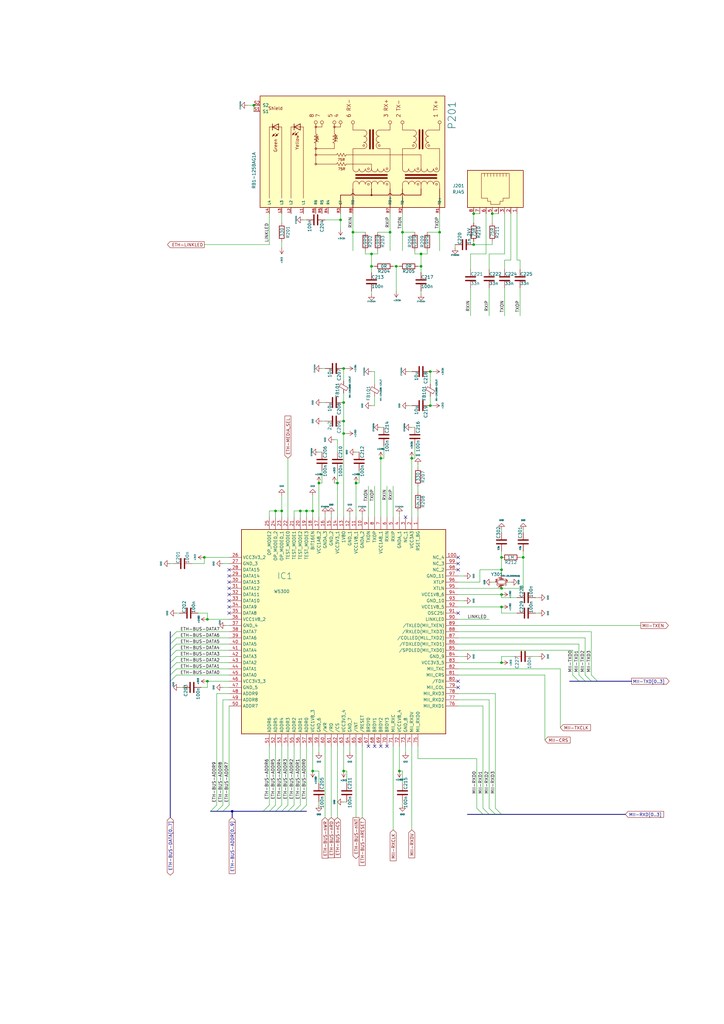
<source format=kicad_sch>
(kicad_sch (version 20230121) (generator eeschema)
  (paper "A3" portrait)
  (junction (at 205.74 233.68))
  (junction (at 205.74 243.84))
  (junction (at 123.19 209.55))
  (junction (at 205.74 228.6))
  (junction (at 85.09 279.4))
  (junction (at 140.97 151.13))
  (junction (at 140.97 177.8))
  (junction (at 205.74 241.3))
  (junction (at 160.02 95.25))
  (junction (at 144.78 95.25))
  (junction (at 163.83 316.23))
  (junction (at 165.1 95.25))
  (junction (at 128.27 316.23))
  (junction (at 83.82 228.6))
  (junction (at 214.63 228.6))
  (junction (at 139.7 90.17))
  (junction (at 205.74 271.78))
  (junction (at 168.91 187.96))
  (junction (at 130.81 198.12))
  (junction (at 140.97 316.23))
  (junction (at 146.05 198.12))
  (junction (at 140.97 172.72))
  (junction (at 201.93 87.63))
  (junction (at 194.31 87.63))
  (junction (at 176.53 152.4))
  (junction (at 128.27 209.55))
  (junction (at 138.43 198.12))
  (junction (at 104.14 43.18))
  (junction (at 113.03 209.55))
  (junction (at 115.57 209.55))
  (junction (at 176.53 166.37))
  (junction (at 125.73 209.55))
  (junction (at 140.97 165.1))
  (junction (at 152.4 109.22))
  (junction (at 180.34 95.25))
  (junction (at 85.09 254))
  (junction (at 162.56 109.22))
  (junction (at 172.72 104.14))
  (junction (at 205.74 248.92))
  (junction (at 172.72 109.22))
  (junction (at 194.31 100.33))
  (junction (at 152.4 104.14))
  (junction (at 156.21 187.96))
  (junction (at 95.25 332.74))
  (no_connect (at 93.98 241.3))
  (no_connect (at 187.96 233.68))
  (no_connect (at 166.37 212.09))
  (no_connect (at 151.13 306.07))
  (no_connect (at 93.98 251.46))
  (no_connect (at 93.98 233.68))
  (no_connect (at 93.98 243.84))
  (no_connect (at 187.96 281.94))
  (no_connect (at 187.96 279.4))
  (no_connect (at 158.75 306.07))
  (no_connect (at 187.96 251.46))
  (no_connect (at 93.98 248.92))
  (no_connect (at 187.96 231.14))
  (no_connect (at 153.67 306.07))
  (no_connect (at 93.98 238.76))
  (no_connect (at 187.96 228.6))
  (no_connect (at 93.98 246.38))
  (no_connect (at 156.21 306.07))
  (no_connect (at 93.98 236.22))
  (bus_entry (at 120.65 330.2) (size -2.54 2.54))
  (bus_entry (at 72.39 269.24) (size -2.54 2.54))
  (bus_entry (at 72.39 266.7) (size -2.54 2.54))
  (bus_entry (at 72.39 274.32) (size -2.54 2.54))
  (bus_entry (at 72.39 261.62) (size -2.54 2.54))
  (bus_entry (at 88.9 330.2) (size -2.54 2.54))
  (bus_entry (at 203.2 331.47) (size 2.54 2.54))
  (bus_entry (at 237.49 276.86) (size 2.54 2.54))
  (bus_entry (at 125.73 330.2) (size -2.54 2.54))
  (bus_entry (at 113.03 330.2) (size -2.54 2.54))
  (bus_entry (at 72.39 259.08) (size -2.54 2.54))
  (bus_entry (at 72.39 276.86) (size -2.54 2.54))
  (bus_entry (at 198.12 331.47) (size 2.54 2.54))
  (bus_entry (at 72.39 264.16) (size -2.54 2.54))
  (bus_entry (at 118.11 330.2) (size -2.54 2.54))
  (bus_entry (at 195.58 331.47) (size 2.54 2.54))
  (bus_entry (at 72.39 271.78) (size -2.54 2.54))
  (bus_entry (at 200.66 331.47) (size 2.54 2.54))
  (bus_entry (at 91.44 330.2) (size -2.54 2.54))
  (bus_entry (at 234.95 276.86) (size 2.54 2.54))
  (bus_entry (at 123.19 330.2) (size -2.54 2.54))
  (bus_entry (at 110.49 330.2) (size -2.54 2.54))
  (bus_entry (at 242.57 276.86) (size 2.54 2.54))
  (bus_entry (at 240.03 276.86) (size 2.54 2.54))
  (bus_entry (at 93.98 330.2) (size -2.54 2.54))
  (bus_entry (at 115.57 330.2) (size -2.54 2.54))
  (wire (pts (xy 209.55 87.63) (xy 209.55 106.68)))
  (wire (pts (xy 190.5 236.22) (xy 187.96 236.22)))
  (wire (pts (xy 125.73 306.07) (xy 125.73 330.2)))
  (wire (pts (xy 165.1 87.63) (xy 165.1 95.25)))
  (wire (pts (xy 133.35 172.72) (xy 132.08 172.72)))
  (wire (pts (xy 187.96 256.54) (xy 262.89 256.54)))
  (bus (pts (xy 91.44 332.74) (xy 88.9 332.74)))
  (wire (pts (xy 101.6 43.18) (xy 104.14 43.18)))
  (wire (pts (xy 93.98 254) (xy 85.09 254)))
  (wire (pts (xy 171.45 109.22) (xy 172.72 109.22)))
  (wire (pts (xy 205.74 228.6) (xy 205.74 233.68)))
  (wire (pts (xy 152.4 109.22) (xy 153.67 109.22)))
  (wire (pts (xy 140.97 161.29) (xy 140.97 165.1)))
  (wire (pts (xy 110.49 209.55) (xy 110.49 212.09)))
  (wire (pts (xy 177.8 152.4) (xy 176.53 152.4)))
  (wire (pts (xy 135.89 210.82) (xy 135.89 212.09)))
  (wire (pts (xy 93.98 287.02) (xy 91.44 287.02)))
  (wire (pts (xy 176.53 152.4) (xy 176.53 157.48)))
  (wire (pts (xy 130.81 328.93) (xy 130.81 330.2)))
  (wire (pts (xy 93.98 231.14) (xy 91.44 231.14)))
  (wire (pts (xy 93.98 279.4) (xy 85.09 279.4)))
  (wire (pts (xy 158.75 199.39) (xy 158.75 212.09)))
  (bus (pts (xy 120.65 332.74) (xy 118.11 332.74)))
  (wire (pts (xy 165.1 330.2) (xy 165.1 328.93)))
  (wire (pts (xy 198.12 289.56) (xy 198.12 331.47)))
  (wire (pts (xy 205.74 236.22) (xy 205.74 233.68)))
  (wire (pts (xy 110.49 87.63) (xy 110.49 100.33)))
  (bus (pts (xy 125.73 332.74) (xy 123.19 332.74)))
  (wire (pts (xy 207.01 104.14) (xy 200.66 104.14)))
  (wire (pts (xy 194.31 99.06) (xy 194.31 100.33)))
  (wire (pts (xy 201.93 87.63) (xy 201.93 91.44)))
  (wire (pts (xy 212.09 245.11) (xy 205.74 245.11)))
  (wire (pts (xy 165.1 95.25) (xy 165.1 102.87)))
  (wire (pts (xy 205.74 226.06) (xy 205.74 228.6)))
  (wire (pts (xy 138.43 198.12) (xy 138.43 212.09)))
  (wire (pts (xy 240.03 276.86) (xy 240.03 261.62)))
  (wire (pts (xy 93.98 269.24) (xy 72.39 269.24)))
  (wire (pts (xy 190.5 246.38) (xy 187.96 246.38)))
  (wire (pts (xy 93.98 284.48) (xy 88.9 284.48)))
  (wire (pts (xy 152.4 104.14) (xy 154.94 104.14)))
  (wire (pts (xy 171.45 311.15) (xy 195.58 311.15)))
  (wire (pts (xy 91.44 287.02) (xy 91.44 330.2)))
  (wire (pts (xy 168.91 152.4) (xy 167.64 152.4)))
  (wire (pts (xy 171.45 199.39) (xy 171.45 201.93)))
  (wire (pts (xy 187.96 276.86) (xy 223.52 276.86)))
  (wire (pts (xy 115.57 99.06) (xy 115.57 101.6)))
  (wire (pts (xy 170.18 187.96) (xy 168.91 187.96)))
  (wire (pts (xy 193.04 118.11) (xy 193.04 129.54)))
  (wire (pts (xy 180.34 87.63) (xy 180.34 95.25)))
  (wire (pts (xy 176.53 162.56) (xy 176.53 166.37)))
  (wire (pts (xy 163.83 306.07) (xy 163.83 316.23)))
  (wire (pts (xy 207.01 118.11) (xy 207.01 129.54)))
  (bus (pts (xy 95.25 332.74) (xy 95.25 335.28)))
  (wire (pts (xy 85.09 251.46) (xy 85.09 254)))
  (wire (pts (xy 213.36 118.11) (xy 213.36 129.54)))
  (wire (pts (xy 115.57 203.2) (xy 115.57 209.55)))
  (wire (pts (xy 140.97 172.72) (xy 140.97 177.8)))
  (wire (pts (xy 146.05 306.07) (xy 146.05 335.28)))
  (wire (pts (xy 151.13 199.39) (xy 151.13 212.09)))
  (wire (pts (xy 242.57 259.08) (xy 242.57 276.86)))
  (wire (pts (xy 200.66 118.11) (xy 200.66 129.54)))
  (wire (pts (xy 152.4 111.76) (xy 152.4 109.22)))
  (wire (pts (xy 193.04 104.14) (xy 199.39 104.14)))
  (wire (pts (xy 125.73 90.17) (xy 124.46 90.17)))
  (wire (pts (xy 93.98 256.54) (xy 92.71 256.54)))
  (bus (pts (xy 113.03 332.74) (xy 110.49 332.74)))
  (wire (pts (xy 154.94 102.87) (xy 154.94 104.14)))
  (bus (pts (xy 110.49 332.74) (xy 107.95 332.74)))
  (wire (pts (xy 115.57 87.63) (xy 115.57 91.44)))
  (wire (pts (xy 130.81 306.07) (xy 130.81 308.61)))
  (wire (pts (xy 214.63 228.6) (xy 213.36 228.6)))
  (wire (pts (xy 138.43 180.34) (xy 138.43 185.42)))
  (wire (pts (xy 120.65 212.09) (xy 120.65 209.55)))
  (wire (pts (xy 201.93 100.33) (xy 194.31 100.33)))
  (bus (pts (xy 205.74 334.01) (xy 256.54 334.01)))
  (wire (pts (xy 187.96 238.76) (xy 196.85 238.76)))
  (bus (pts (xy 259.08 279.4) (xy 245.11 279.4)))
  (wire (pts (xy 163.83 210.82) (xy 163.83 212.09)))
  (wire (pts (xy 212.09 106.68) (xy 213.36 106.68)))
  (wire (pts (xy 156.21 187.96) (xy 156.21 212.09)))
  (wire (pts (xy 147.32 193.04) (xy 147.32 198.12)))
  (wire (pts (xy 234.95 276.86) (xy 234.95 266.7)))
  (wire (pts (xy 130.81 198.12) (xy 130.81 212.09)))
  (wire (pts (xy 78.74 231.14) (xy 83.82 231.14)))
  (wire (pts (xy 120.65 306.07) (xy 120.65 330.2)))
  (wire (pts (xy 118.11 187.96) (xy 118.11 212.09)))
  (bus (pts (xy 69.85 259.08) (xy 69.85 261.62)))
  (wire (pts (xy 148.59 306.07) (xy 148.59 335.28)))
  (wire (pts (xy 132.08 193.04) (xy 132.08 198.12)))
  (bus (pts (xy 69.85 274.32) (xy 69.85 276.86)))
  (wire (pts (xy 220.98 269.24) (xy 218.44 269.24)))
  (wire (pts (xy 142.24 316.23) (xy 140.97 316.23)))
  (wire (pts (xy 203.2 284.48) (xy 203.2 331.47)))
  (wire (pts (xy 194.31 87.63) (xy 196.85 87.63)))
  (wire (pts (xy 200.66 287.02) (xy 200.66 331.47)))
  (wire (pts (xy 153.67 162.56) (xy 153.67 166.37)))
  (wire (pts (xy 168.91 306.07) (xy 168.91 340.36)))
  (wire (pts (xy 240.03 261.62) (xy 187.96 261.62)))
  (wire (pts (xy 133.35 165.1) (xy 132.08 165.1)))
  (wire (pts (xy 72.39 251.46) (xy 73.66 251.46)))
  (wire (pts (xy 200.66 104.14) (xy 200.66 110.49)))
  (wire (pts (xy 234.95 266.7) (xy 187.96 266.7)))
  (wire (pts (xy 187.96 264.16) (xy 237.49 264.16)))
  (wire (pts (xy 138.43 180.34) (xy 137.16 180.34)))
  (wire (pts (xy 214.63 241.3) (xy 205.74 241.3)))
  (wire (pts (xy 93.98 271.78) (xy 72.39 271.78)))
  (wire (pts (xy 237.49 264.16) (xy 237.49 276.86)))
  (wire (pts (xy 130.81 321.31) (xy 130.81 316.23)))
  (wire (pts (xy 229.87 274.32) (xy 229.87 298.45)))
  (wire (pts (xy 223.52 276.86) (xy 223.52 303.53)))
  (wire (pts (xy 196.85 238.76) (xy 196.85 233.68)))
  (wire (pts (xy 128.27 209.55) (xy 125.73 209.55)))
  (wire (pts (xy 153.67 166.37) (xy 152.4 166.37)))
  (wire (pts (xy 187.96 259.08) (xy 242.57 259.08)))
  (wire (pts (xy 104.14 43.18) (xy 104.14 45.72)))
  (wire (pts (xy 205.74 269.24) (xy 205.74 271.78)))
  (wire (pts (xy 123.19 209.55) (xy 123.19 212.09)))
  (wire (pts (xy 93.98 281.94) (xy 91.44 281.94)))
  (wire (pts (xy 201.93 87.63) (xy 204.47 87.63)))
  (wire (pts (xy 205.74 248.92) (xy 187.96 248.92)))
  (bus (pts (xy 245.11 279.4) (xy 242.57 279.4)))
  (wire (pts (xy 93.98 261.62) (xy 72.39 261.62)))
  (bus (pts (xy 115.57 332.74) (xy 113.03 332.74)))
  (wire (pts (xy 205.74 251.46) (xy 205.74 248.92)))
  (bus (pts (xy 118.11 332.74) (xy 115.57 332.74)))
  (wire (pts (xy 128.27 203.2) (xy 128.27 209.55)))
  (wire (pts (xy 157.48 175.26) (xy 156.21 175.26)))
  (wire (pts (xy 140.97 151.13) (xy 140.97 156.21)))
  (wire (pts (xy 83.82 228.6) (xy 83.82 231.14)))
  (wire (pts (xy 193.04 104.14) (xy 193.04 110.49)))
  (wire (pts (xy 214.63 217.17) (xy 214.63 218.44)))
  (wire (pts (xy 207.01 87.63) (xy 207.01 104.14)))
  (wire (pts (xy 153.67 152.4) (xy 152.4 152.4)))
  (wire (pts (xy 175.26 102.87) (xy 175.26 104.14)))
  (bus (pts (xy 69.85 261.62) (xy 69.85 264.16)))
  (wire (pts (xy 205.74 233.68) (xy 196.85 233.68)))
  (wire (pts (xy 168.91 166.37) (xy 167.64 166.37)))
  (wire (pts (xy 93.98 274.32) (xy 72.39 274.32)))
  (wire (pts (xy 93.98 228.6) (xy 83.82 228.6)))
  (bus (pts (xy 95.25 332.74) (xy 91.44 332.74)))
  (wire (pts (xy 162.56 109.22) (xy 163.83 109.22)))
  (wire (pts (xy 168.91 187.96) (xy 168.91 212.09)))
  (bus (pts (xy 237.49 279.4) (xy 233.68 279.4)))
  (wire (pts (xy 85.09 279.4) (xy 85.09 281.94)))
  (wire (pts (xy 220.98 251.46) (xy 219.71 251.46)))
  (bus (pts (xy 242.57 279.4) (xy 240.03 279.4)))
  (wire (pts (xy 152.4 109.22) (xy 152.4 104.14)))
  (wire (pts (xy 170.18 104.14) (xy 170.18 102.87)))
  (wire (pts (xy 125.73 212.09) (xy 125.73 209.55)))
  (wire (pts (xy 138.43 306.07) (xy 138.43 335.28)))
  (wire (pts (xy 135.89 306.07) (xy 135.89 335.28)))
  (wire (pts (xy 180.34 95.25) (xy 175.26 95.25)))
  (wire (pts (xy 200.66 254) (xy 187.96 254)))
  (bus (pts (xy 69.85 271.78) (xy 69.85 274.32)))
  (wire (pts (xy 147.32 198.12) (xy 146.05 198.12)))
  (wire (pts (xy 187.96 289.56) (xy 198.12 289.56)))
  (wire (pts (xy 190.5 269.24) (xy 187.96 269.24)))
  (wire (pts (xy 172.72 109.22) (xy 172.72 104.14)))
  (bus (pts (xy 69.85 269.24) (xy 69.85 271.78)))
  (bus (pts (xy 69.85 266.7) (xy 69.85 269.24)))
  (wire (pts (xy 128.27 306.07) (xy 128.27 316.23)))
  (wire (pts (xy 194.31 87.63) (xy 194.31 91.44)))
  (wire (pts (xy 142.24 151.13) (xy 140.97 151.13)))
  (wire (pts (xy 140.97 165.1) (xy 140.97 172.72)))
  (bus (pts (xy 69.85 276.86) (xy 69.85 279.4)))
  (wire (pts (xy 162.56 109.22) (xy 162.56 119.38)))
  (wire (pts (xy 213.36 106.68) (xy 213.36 110.49)))
  (wire (pts (xy 161.29 199.39) (xy 161.29 212.09)))
  (wire (pts (xy 177.8 166.37) (xy 176.53 166.37)))
  (wire (pts (xy 113.03 209.55) (xy 113.03 212.09)))
  (wire (pts (xy 170.18 182.88) (xy 170.18 187.96)))
  (wire (pts (xy 132.08 198.12) (xy 130.81 198.12)))
  (wire (pts (xy 133.35 90.17) (xy 139.7 90.17)))
  (wire (pts (xy 147.32 185.42) (xy 146.05 185.42)))
  (wire (pts (xy 171.45 190.5) (xy 171.45 191.77)))
  (wire (pts (xy 139.7 90.17) (xy 139.7 87.63)))
  (wire (pts (xy 143.51 306.07) (xy 143.51 308.61)))
  (bus (pts (xy 69.85 279.4) (xy 69.85 335.28)))
  (wire (pts (xy 166.37 306.07) (xy 166.37 308.61)))
  (wire (pts (xy 205.74 241.3) (xy 187.96 241.3)))
  (bus (pts (xy 107.95 332.74) (xy 95.25 332.74)))
  (wire (pts (xy 205.74 245.11) (xy 205.74 243.84)))
  (wire (pts (xy 133.35 210.82) (xy 133.35 212.09)))
  (wire (pts (xy 146.05 198.12) (xy 146.05 212.09)))
  (bus (pts (xy 88.9 332.74) (xy 86.36 332.74)))
  (wire (pts (xy 140.97 177.8) (xy 140.97 212.09)))
  (wire (pts (xy 142.24 321.31) (xy 142.24 316.23)))
  (wire (pts (xy 157.48 187.96) (xy 156.21 187.96)))
  (wire (pts (xy 165.1 316.23) (xy 163.83 316.23)))
  (wire (pts (xy 115.57 209.55) (xy 113.03 209.55)))
  (wire (pts (xy 133.35 306.07) (xy 133.35 335.28)))
  (wire (pts (xy 110.49 306.07) (xy 110.49 330.2)))
  (wire (pts (xy 132.08 185.42) (xy 130.81 185.42)))
  (wire (pts (xy 214.63 228.6) (xy 214.63 241.3)))
  (wire (pts (xy 195.58 311.15) (xy 195.58 331.47)))
  (wire (pts (xy 88.9 284.48) (xy 88.9 330.2)))
  (wire (pts (xy 125.73 209.55) (xy 123.19 209.55)))
  (wire (pts (xy 180.34 95.25) (xy 180.34 102.87)))
  (wire (pts (xy 212.09 251.46) (xy 205.74 251.46)))
  (wire (pts (xy 113.03 209.55) (xy 110.49 209.55)))
  (wire (pts (xy 138.43 193.04) (xy 138.43 198.12)))
  (bus (pts (xy 203.2 334.01) (xy 205.74 334.01)))
  (wire (pts (xy 171.45 306.07) (xy 171.45 311.15)))
  (wire (pts (xy 170.18 175.26) (xy 168.91 175.26)))
  (wire (pts (xy 160.02 95.25) (xy 154.94 95.25)))
  (bus (pts (xy 191.77 334.01) (xy 198.12 334.01)))
  (wire (pts (xy 199.39 87.63) (xy 199.39 104.14)))
  (wire (pts (xy 186.69 100.33) (xy 186.69 101.6)))
  (wire (pts (xy 160.02 95.25) (xy 160.02 102.87)))
  (wire (pts (xy 171.45 209.55) (xy 171.45 212.09)))
  (wire (pts (xy 175.26 104.14) (xy 172.72 104.14)))
  (wire (pts (xy 229.87 274.32) (xy 187.96 274.32)))
  (wire (pts (xy 139.7 90.17) (xy 139.7 93.98)))
  (wire (pts (xy 205.74 218.44) (xy 205.74 217.17)))
  (wire (pts (xy 157.48 182.88) (xy 157.48 187.96)))
  (wire (pts (xy 203.2 238.76) (xy 201.93 238.76)))
  (wire (pts (xy 172.72 120.65) (xy 172.72 119.38)))
  (wire (pts (xy 113.03 306.07) (xy 113.03 330.2)))
  (wire (pts (xy 93.98 276.86) (xy 72.39 276.86)))
  (wire (pts (xy 144.78 87.63) (xy 144.78 95.25)))
  (wire (pts (xy 138.43 198.12) (xy 137.16 198.12)))
  (wire (pts (xy 172.72 104.14) (xy 170.18 104.14)))
  (wire (pts (xy 165.1 321.31) (xy 165.1 316.23)))
  (wire (pts (xy 93.98 266.7) (xy 72.39 266.7)))
  (wire (pts (xy 161.29 306.07) (xy 161.29 340.36)))
  (wire (pts (xy 160.02 87.63) (xy 160.02 95.25)))
  (wire (pts (xy 201.93 99.06) (xy 201.93 100.33)))
  (wire (pts (xy 152.4 120.65) (xy 152.4 119.38)))
  (wire (pts (xy 220.98 245.11) (xy 219.71 245.11)))
  (wire (pts (xy 205.74 243.84) (xy 187.96 243.84)))
  (wire (pts (xy 149.86 102.87) (xy 149.86 104.14)))
  (bus (pts (xy 200.66 334.01) (xy 203.2 334.01)))
  (wire (pts (xy 207.01 106.68) (xy 207.01 110.49)))
  (wire (pts (xy 153.67 199.39) (xy 153.67 212.09)))
  (wire (pts (xy 93.98 264.16) (xy 72.39 264.16)))
  (wire (pts (xy 142.24 177.8) (xy 140.97 177.8)))
  (wire (pts (xy 209.55 106.68) (xy 207.01 106.68)))
  (wire (pts (xy 214.63 226.06) (xy 214.63 228.6)))
  (wire (pts (xy 123.19 209.55) (xy 120.65 209.55)))
  (wire (pts (xy 93.98 259.08) (xy 72.39 259.08)))
  (wire (pts (xy 187.96 287.02) (xy 200.66 287.02)))
  (wire (pts (xy 118.11 306.07) (xy 118.11 330.2)))
  (wire (pts (xy 140.97 306.07) (xy 140.97 316.23)))
  (wire (pts (xy 187.96 284.48) (xy 203.2 284.48)))
  (wire (pts (xy 212.09 87.63) (xy 212.09 106.68)))
  (bus (pts (xy 123.19 332.74) (xy 120.65 332.74)))
  (wire (pts (xy 69.85 231.14) (xy 71.12 231.14)))
  (wire (pts (xy 93.98 289.56) (xy 93.98 330.2)))
  (wire (pts (xy 123.19 306.07) (xy 123.19 330.2)))
  (wire (pts (xy 148.59 210.82) (xy 148.59 212.09)))
  (wire (pts (xy 208.28 238.76) (xy 209.55 238.76)))
  (wire (pts (xy 130.81 316.23) (xy 128.27 316.23)))
  (wire (pts (xy 115.57 209.55) (xy 115.57 212.09)))
  (wire (pts (xy 170.18 95.25) (xy 165.1 95.25)))
  (wire (pts (xy 144.78 95.25) (xy 144.78 102.87)))
  (bus (pts (xy 198.12 334.01) (xy 200.66 334.01)))
  (wire (pts (xy 142.24 328.93) (xy 140.97 328.93)))
  (wire (pts (xy 143.51 210.82) (xy 143.51 212.09)))
  (wire (pts (xy 73.66 281.94) (xy 74.93 281.94)))
  (wire (pts (xy 152.4 104.14) (xy 149.86 104.14)))
  (wire (pts (xy 82.55 281.94) (xy 85.09 281.94)))
  (bus (pts (xy 69.85 264.16) (xy 69.85 266.7)))
  (wire (pts (xy 149.86 95.25) (xy 144.78 95.25)))
  (wire (pts (xy 83.82 100.33) (xy 110.49 100.33)))
  (wire (pts (xy 128.27 209.55) (xy 128.27 212.09)))
  (wire (pts (xy 133.35 151.13) (xy 132.08 151.13)))
  (wire (pts (xy 172.72 111.76) (xy 172.72 109.22)))
  (wire (pts (xy 115.57 306.07) (xy 115.57 330.2)))
  (bus (pts (xy 240.03 279.4) (xy 237.49 279.4)))
  (wire (pts (xy 210.82 269.24) (xy 205.74 269.24)))
  (wire (pts (xy 81.28 251.46) (xy 85.09 251.46)))
  (wire (pts (xy 153.67 152.4) (xy 153.67 157.48)))
  (wire (pts (xy 161.29 109.22) (xy 162.56 109.22)))
  (wire (pts (xy 187.96 271.78) (xy 205.74 271.78)))
  (label "ETH-BUS-ADDR5" (at 113.03 311.15 270))
  (label "RXIP" (at 161.29 200.66 270))
  (label "TXOP" (at 180.34 88.9 270))
  (label "ETH-BUS-ADDR9" (at 88.9 312.42 270))
  (label "LINKLED" (at 191.77 254 0))
  (label "ETH-BUS-DATA1" (at 90.17 274.32 180))
  (label "ETH-BUS-ADDR8" (at 91.44 312.42 270))
  (label "RXIN" (at 144.78 88.9 270))
  (label "ETH-BUS-DATA0" (at 90.17 276.86 180))
  (label "ETH-BUS-DATA7" (at 90.17 259.08 180))
  (label "RXIN" (at 193.04 123.19 270))
  (label "TXON" (at 207.01 123.19 270))
  (label "MII-RXD2" (at 200.66 316.23 270))
  (label "ETH-BUS-DATA5" (at 90.17 264.16 180))
  (label "ETH-BUS-DATA6" (at 90.17 261.62 180))
  (label "MII-TXD0" (at 234.95 266.7 270))
  (label "RXIP" (at 160.02 88.9 270))
  (label "ETH-BUS-DATA4" (at 90.17 266.7 180))
  (label "ETH-BUS-ADDR4" (at 115.57 311.15 270))
  (label "MII-TXD1" (at 237.49 266.7 270))
  (label "TXON" (at 165.1 88.9 270))
  (label "ETH-BUS-ADDR3" (at 118.11 311.15 270))
  (label "ETH-BUS-ADDR0" (at 125.73 311.15 270))
  (label "ETH-BUS-DATA3" (at 90.17 269.24 180))
  (label "MII-RXD3" (at 203.2 316.23 270))
  (label "MII-RXD0" (at 195.58 316.23 270))
  (label "RXIP" (at 200.66 123.19 270))
  (label "LINKLED" (at 110.49 91.44 270))
  (label "RXIN" (at 158.75 200.66 270))
  (label "MII-RXD1" (at 198.12 316.23 270))
  (label "TXOP" (at 153.67 200.66 270))
  (label "ETH-BUS-DATA2" (at 90.17 271.78 180))
  (label "TXOP" (at 213.36 123.19 270))
  (label "ETH-BUS-ADDR7" (at 93.98 312.42 270))
  (label "ETH-BUS-ADDR1" (at 123.19 311.15 270))
  (label "TXON" (at 151.13 200.66 270))
  (label "ETH-BUS-ADDR6" (at 110.49 311.15 270))
  (label "ETH-BUS-ADDR2" (at 120.65 311.15 270))
  (label "MII-TXD2" (at 240.03 266.7 270))
  (label "MII-TXD3" (at 242.57 266.7 270))
  (global_label "ETH-BUS-DATA[0..7]" (shape bidirectional) (at 69.85 335.28 270) (property "Intersheetrefs" "${INTERSHEET_REFS}" (at 69.85 359.5152 90) (effects (justify right))))
  (global_label "MII-CRS" (shape input) (at 223.52 303.53 0) (property "Intersheetrefs" "${INTERSHEET_REFS}" (at 234.4881 303.53 0) (effects (justify left))))
  (global_label "MII-RXDV" (shape input) (at 168.91 340.36 270) (property "Intersheetrefs" "${INTERSHEET_REFS}" (at 168.91 352.4167 90) (effects (justify right))))
  (global_label "ETH-BUS-nRESET" (shape input) (at 148.59 335.28 270) (property "Intersheetrefs" "${INTERSHEET_REFS}" (at 148.59 355.5612 90) (effects (justify right))))
  (global_label "ETH-BUS-nCS" (shape input) (at 138.43 335.28 270) (property "Intersheetrefs" "${INTERSHEET_REFS}" (at 138.43 352.2956 90) (effects (justify right))))
  (global_label "ETH-LINKLED" (shape output) (at 83.82 100.33 180) (property "Intersheetrefs" "${INTERSHEET_REFS}" (at 68.1348 100.33 0) (effects (justify right))))
  (global_label "ETH-BUS-nWR" (shape input) (at 133.35 335.28 270) (property "Intersheetrefs" "${INTERSHEET_REFS}" (at 133.35 352.5375 90) (effects (justify right))))
  (global_label "ETH-BUS-nRD" (shape input) (at 135.89 335.28 270) (property "Intersheetrefs" "${INTERSHEET_REFS}" (at 135.89 352.3561 90) (effects (justify right))))
  (global_label "MII-TXD[0..3]" (shape output) (at 259.08 279.4 0) (property "Intersheetrefs" "${INTERSHEET_REFS}" (at 275.0677 279.4 0) (effects (justify left))))
  (global_label "ETH-BUS-nINT" (shape output) (at 146.05 335.28 270) (property "Intersheetrefs" "${INTERSHEET_REFS}" (at 146.05 352.719 90) (effects (justify right))))
  (global_label "MII-TXCLK" (shape input) (at 229.87 298.45 0) (property "Intersheetrefs" "${INTERSHEET_REFS}" (at 242.8338 298.45 0) (effects (justify left))))
  (global_label "ETH-BUS-ADDR[0..9]" (shape input) (at 95.25 335.28 270) (property "Intersheetrefs" "${INTERSHEET_REFS}" (at 95.25 358.8877 90) (effects (justify right))))
  (global_label "MII-TXEN" (shape output) (at 262.89 256.54 0) (property "Intersheetrefs" "${INTERSHEET_REFS}" (at 274.7652 256.54 0) (effects (justify left))))
  (global_label "ETH-MEDIA_SEL" (shape input) (at 118.11 187.96 90) (property "Intersheetrefs" "${INTERSHEET_REFS}" (at 118.11 170.0373 90) (effects (justify left))))
  (global_label "MII-RXCLK" (shape input) (at 161.29 340.36 270) (property "Intersheetrefs" "${INTERSHEET_REFS}" (at 161.29 353.6262 90) (effects (justify right))))
  (global_label "MII-RXD[0..3]" (shape input) (at 256.54 334.01 0) (property "Intersheetrefs" "${INTERSHEET_REFS}" (at 272.8301 334.01 0) (effects (justify left))))
  (symbol (lib_id "Device:R") (at 167.64 109.22 270) (unit 1)
    (property "Reference" "R205" (at 167.64 111.252 90))
    (property "Value" "0R" (at 167.64 109.22 90))
    (property "Footprint" "Resistor_SMD:R_0603_1608Metric" (effects hide))
  )
  (symbol (lib_id "power:GND") (at 143.51 210.82 180) (unit 1)
    (property "Reference" "#PWR0303" (effects hide))
    (property "Value" "GND" (at 143.51 207.01 0) (effects (font (size 0.6 0.6))))
    (instances (project "Ethernet" (path "" (reference "#PWR0303") (unit 1))) (project "gateway-LoRa-T1L" (path "" (reference "#PWR0303") (unit 1))) (project "ToffeeCam" (path "" (reference "#PWR027") (unit 1)) (path "" (reference "#PWR0232") (unit 1))))
  )
  (symbol (lib_id "Device:R") (at 201.93 95.25 0) (unit 1)
    (property "Reference" "R211" (at 203.962 95.25 90))
    (property "Value" "75R" (at 201.93 95.25 90))
    (property "Footprint" "Resistor_SMD:R_0603_1608Metric" (effects hide))
  )
  (symbol (lib_id "Project_Specific_Power:+3V3A") (at 168.91 187.96 0) (unit 1)
    (property "Reference" "#PWR0250" (effects hide))
    (property "Value" "+3V3A" (at 168.91 184.15 90) (effects (font (size 0.635 0.635)) (justify left)))
  )
  (symbol (lib_id "Device:C") (at 172.72 115.57 0) (unit 1)
    (property "Reference" "C217" (at 172.72 113.665 0) (effects (justify left)))
    (property "Value" "100n" (at 172.72 117.475 0) (effects (justify left)))
    (property "Footprint" "Capacitor_SMD:C_0603_1608Metric" (effects hide))
  )
  (symbol (lib_id "power:GND") (at 132.08 165.1 270) (unit 1)
    (property "Reference" "#PWR0303" (effects hide))
    (property "Value" "GND" (at 128.27 165.1 0) (effects (font (size 0.6 0.6))))
    (instances (project "Ethernet" (path "" (reference "#PWR0303") (unit 1))) (project "gateway-LoRa-T1L" (path "" (reference "#PWR0303") (unit 1))) (project "ToffeeCam" (path "" (reference "#PWR027") (unit 1)) (path "" (reference "#PWR0221") (unit 1))))
  )
  (symbol (lib_id "Device:C") (at 213.36 114.3 0) (unit 1)
    (property "Reference" "C225" (at 213.36 112.395 0) (effects (justify left)))
    (property "Value" "33n" (at 213.36 116.205 0) (effects (justify left)))
    (property "Footprint" "Capacitor_SMD:C_0603_1608Metric" (effects hide))
  )
  (symbol (lib_id "Device:C") (at 205.74 222.25 180) (unit 1)
    (property "Reference" "C302" (at 204.47 218.44 90))
    (property "Value" "13p" (at 204.47 224.79 90) (effects (font (size 0.6 0.6))))
    (property "Footprint" "Capacitor_SMD:C_0402_1005Metric" (effects hide))
    (instances (project "Ethernet" (path "" (reference "C302") (unit 1))) (project "gateway-LoRa-T1L" (path "" (reference "C302") (unit 1))) (project "ToffeeCam" (path "" (reference "C17") (unit 1)) (path "" (reference "C223") (unit 1))))
  )
  (symbol (lib_id "Device:R") (at 154.94 99.06 0) (unit 1)
    (property "Reference" "R203" (at 156.972 99.06 90))
    (property "Value" "49R9" (at 154.94 99.06 90))
    (property "Footprint" "Resistor_SMD:R_0603_1608Metric" (effects hide))
  )
  (symbol (lib_id "Project_Specific_Power:+1V8A") (at 156.21 187.96 0) (unit 1)
    (property "Reference" "#PWR0241" (effects hide))
    (property "Value" "+1V8A" (at 156.21 184.15 0) (effects (font (size 0.635 0.635))))
  )
  (symbol (lib_id "Device:C") (at 214.63 269.24 90) (unit 1)
    (property "Reference" "C227" (at 212.09 274.32 0) (effects (justify left)))
    (property "Value" "100n" (at 217.17 274.32 0) (effects (justify left)))
    (property "Footprint" "Capacitor_SMD:C_0402_1005Metric" (effects hide))
  )
  (symbol (lib_id "Device:C") (at 215.9 245.11 90) (unit 1)
    (property "Reference" "C228" (at 213.995 245.11 0) (effects (justify left)))
    (property "Value" "100n" (at 217.805 245.11 0) (effects (justify left)))
    (property "Footprint" "Capacitor_SMD:C_0402_1005Metric" (effects hide))
  )
  (symbol (lib_id "Project_Specific_Power:+1V8D") (at 128.27 316.23 180) (unit 1)
    (property "Reference" "#PWR0215" (effects hide))
    (property "Value" "+1V8D" (at 129.54 320.04 90) (effects (font (size 0.635 0.635))))
  )
  (symbol (lib_id "Project_Specific_Power:+3V3") (at 137.16 198.12 0) (unit 1)
    (property "Reference" "#PWR0226" (effects hide))
    (property "Value" "+3V3" (at 137.16 194.31 90) (effects (font (size 0.635 0.635)) (justify left)))
  )
  (symbol (lib_id "power:GND") (at 132.08 172.72 270) (unit 1)
    (property "Reference" "#PWR0303" (effects hide))
    (property "Value" "GND" (at 128.27 172.72 0) (effects (font (size 0.6 0.6))))
    (instances (project "Ethernet" (path "" (reference "#PWR0303") (unit 1))) (project "gateway-LoRa-T1L" (path "" (reference "#PWR0303") (unit 1))) (project "ToffeeCam" (path "" (reference "#PWR027") (unit 1)) (path "" (reference "#PWR0222") (unit 1))))
  )
  (symbol (lib_id "Device:R") (at 209.55 228.6 270) (unit 1)
    (property "Reference" "R212" (at 209.55 230.632 90))
    (property "Value" "1M" (at 209.55 228.6 90))
    (property "Footprint" "Resistor_SMD:R_0402_1005Metric" (effects hide))
  )
  (symbol (lib_id "power:GND") (at 91.44 281.94 270) (unit 1)
    (property "Reference" "#PWR0303" (effects hide))
    (property "Value" "GND" (at 87.63 281.94 0) (effects (font (size 0.6 0.6))))
    (instances (project "Ethernet" (path "" (reference "#PWR0303") (unit 1))) (project "gateway-LoRa-T1L" (path "" (reference "#PWR0303") (unit 1))) (project "ToffeeCam" (path "" (reference "#PWR027") (unit 1)) (path "" (reference "#PWR0208") (unit 1))))
  )
  (symbol (lib_id "Device:C") (at 129.54 90.17 270) (unit 1)
    (property "Reference" "C204" (at 132.08 90.17 0) (effects (justify left)))
    (property "Value" "100n" (at 127 90.17 0) (effects (justify left)))
    (property "Footprint" "Capacitor_SMD:C_0603_1608Metric" (effects hide))
  )
  (symbol (lib_id "Project_Specific_Power:+3V3") (at 83.82 228.6 90) (unit 1)
    (property "Reference" "#PWR0204" (effects hide))
    (property "Value" "+3V3" (at 80.01 228.6 0) (effects (font (size 0.635 0.635))))
  )
  (symbol (lib_id "power:GND") (at 190.5 236.22 90) (unit 1)
    (property "Reference" "#PWR0303" (effects hide))
    (property "Value" "GND" (at 194.31 236.22 0) (effects (font (size 0.6 0.6))))
    (instances (project "Ethernet" (path "" (reference "#PWR0303") (unit 1))) (project "gateway-LoRa-T1L" (path "" (reference "#PWR0303") (unit 1))) (project "ToffeeCam" (path "" (reference "#PWR027") (unit 1)) (path "" (reference "#PWR0256") (unit 1))))
  )
  (symbol (lib_id "Device:C") (at 215.9 251.46 90) (unit 1)
    (property "Reference" "C229" (at 213.995 251.46 0) (effects (justify left)))
    (property "Value" "100n" (at 217.805 251.46 0) (effects (justify left)))
    (property "Footprint" "Capacitor_SMD:C_0402_1005Metric" (effects hide))
  )
  (symbol (lib_id "Connector:RJ45") (at 204.47 77.47 90) (mirror x) (unit 1)
    (property "Reference" "J201" (at 190.5 76.2 90) (effects (justify left)))
    (property "Value" "RJ45" (at 190.5 78.74 90) (effects (justify left)))
    (property "Footprint" "Connector_RJ:RJ45_Amphenol_RJHSE5380" (effects hide))
  )
  (symbol (lib_id "Device:C") (at 170.18 179.07 0) (unit 1)
    (property "Reference" "C216" (at 171.45 177.8 90) (effects (justify left)))
    (property "Value" "100n" (at 171.45 185.42 90) (effects (justify left)))
    (property "Footprint" "Capacitor_SMD:C_0402_1005Metric" (effects hide))
  )
  (symbol (lib_id "Device:R") (at 171.45 195.58 0) (unit 1)
    (property "Reference" "R207" (at 173.482 195.58 90))
    (property "Value" "330" (at 171.45 195.58 90))
    (property "Footprint" "Resistor_SMD:R_0603_1608Metric" (effects hide))
  )
  (symbol (lib_id "Device:C") (at 137.16 172.72 270) (unit 1)
    (property "Reference" "C209" (at 139.065 172.72 0) (effects (justify left)))
    (property "Value" "2u2" (at 135.255 172.72 0) (effects (justify left)))
    (property "Footprint" "Capacitor_SMD:C_0402_1005Metric" (effects hide))
  )
  (symbol (lib_id "Project_Specific_Power:ETH_GNDA") (at 148.59 210.82 180) (unit 1)
    (property "Reference" "#PWR0236" (effects hide))
    (property "Value" "ETH_GNDA" (at 148.59 207.8228 0) (effects (font (size 0.508 0.508))))
  )
  (symbol (lib_id "Device:C") (at 78.74 281.94 90) (unit 1)
    (property "Reference" "C203" (at 76.2 285.75 0) (effects (justify left)))
    (property "Value" "100n" (at 81.28 287.02 0) (effects (justify left)))
    (property "Footprint" "Capacitor_SMD:C_0402_1005Metric" (effects hide))
  )
  (symbol (lib_id "Device:C") (at 147.32 189.23 0) (unit 1)
    (property "Reference" "C212" (at 148.59 187.96 90) (effects (justify left)))
    (property "Value" "100n" (at 148.59 195.58 90) (effects (justify left)))
    (property "Footprint" "Capacitor_SMD:C_0402_1005Metric" (effects hide))
  )
  (symbol (lib_id "Project_Specific_Power:+1V8D") (at 146.05 198.12 0) (unit 1)
    (property "Reference" "#PWR0235" (effects hide))
    (property "Value" "+1V8D" (at 146.05 194.564 0) (effects (font (size 0.635 0.635))))
  )
  (symbol (lib_id "power:GND") (at 130.81 330.2 0) (unit 1)
    (property "Reference" "#PWR0303" (effects hide))
    (property "Value" "GND" (at 130.81 334.01 0) (effects (font (size 0.6 0.6))))
    (instances (project "Ethernet" (path "" (reference "#PWR0303") (unit 1))) (project "gateway-LoRa-T1L" (path "" (reference "#PWR0303") (unit 1))) (project "ToffeeCam" (path "" (reference "#PWR027") (unit 1)) (path "" (reference "#PWR0219") (unit 1))))
  )
  (symbol (lib_id "Project_Specific_Power:ETH_GNDA") (at 124.46 90.17 270) (unit 1)
    (property "Reference" "#PWR0213" (effects hide))
    (property "Value" "ETH_GNDA" (at 121.4628 90.17 0) (effects (font (size 0.508 0.508))))
  )
  (symbol (lib_id "power:GND") (at 167.64 166.37 270) (unit 1)
    (property "Reference" "#PWR0303" (effects hide))
    (property "Value" "GND" (at 163.83 166.37 0) (effects (font (size 0.6 0.6))))
    (instances (project "Ethernet" (path "" (reference "#PWR0303") (unit 1))) (project "gateway-LoRa-T1L" (path "" (reference "#PWR0303") (unit 1))) (project "ToffeeCam" (path "" (reference "#PWR027") (unit 1)) (path "" (reference "#PWR0248") (unit 1))))
  )
  (symbol (lib_id "Device:C") (at 190.5 100.33 90) (unit 1)
    (property "Reference" "C220" (at 188.595 100.33 0) (effects (justify left)))
    (property "Value" "1n_2kV" (at 192.405 100.33 0) (effects (justify left)))
    (property "Footprint" "Capacitor_SMD:C_1206_3216Metric" (effects hide))
  )
  (symbol (lib_id "power:GND") (at 69.85 231.14 270) (unit 1)
    (property "Reference" "#PWR0303" (effects hide))
    (property "Value" "GND" (at 66.04 231.14 0) (effects (font (size 0.6 0.6))))
    (instances (project "Ethernet" (path "" (reference "#PWR0303") (unit 1))) (project "gateway-LoRa-T1L" (path "" (reference "#PWR0303") (unit 1))) (project "ToffeeCam" (path "" (reference "#PWR027") (unit 1)) (path "" (reference "#PWR0201") (unit 1))))
  )
  (symbol (lib_id "Project_Specific_Power:ETH_GNDA") (at 167.64 152.4 270) (unit 1)
    (property "Reference" "#PWR0247" (effects hide))
    (property "Value" "ETH_GNDA" (at 164.6428 152.4 0) (effects (font (size 0.508 0.508))))
  )
  (symbol (lib_id "power:GND") (at 214.63 217.17 180) (unit 1)
    (property "Reference" "#PWR0301" (effects hide))
    (property "Value" "GND" (at 214.63 213.36 0) (effects (font (size 0.6 0.6))))
    (instances (project "Ethernet" (path "" (reference "#PWR0301") (unit 1))) (project "gateway-LoRa-T1L" (path "" (reference "#PWR0301") (unit 1))) (project "ToffeeCam" (path "" (reference "#PWR029") (unit 1)) (path "" (reference "#PWR0265") (unit 1))))
  )
  (symbol (lib_id "Device:R") (at 157.48 109.22 270) (unit 1)
    (property "Reference" "R204" (at 157.48 111.252 90))
    (property "Value" "0R" (at 157.48 109.22 90))
    (property "Footprint" "Resistor_SMD:R_0603_1608Metric" (effects hide))
  )
  (symbol (lib_id "Project_Specific_Power:+1V8D") (at 205.74 248.92 270) (unit 1)
    (property "Reference" "#PWR0262" (effects hide))
    (property "Value" "+1V8D" (at 209.296 248.92 0) (effects (font (size 0.635 0.635))))
  )
  (symbol (lib_id "Project_Specific_Power:+1V8D") (at 142.24 177.8 270) (unit 1)
    (property "Reference" "#PWR0231" (effects hide))
    (property "Value" "+1V8D" (at 145.796 177.8 0) (effects (font (size 0.635 0.635))))
  )
  (symbol (lib_id "Project_Specific_Power:ETH_GNDA") (at 152.4 120.65 0) (unit 1)
    (property "Reference" "#PWR0237" (effects hide))
    (property "Value" "ETH_GNDA" (at 152.4 123.6472 0) (effects (font (size 0.508 0.508))))
  )
  (symbol (lib_id "Device:C") (at 200.66 114.3 0) (unit 1)
    (property "Reference" "C222" (at 200.66 112.395 0) (effects (justify left)))
    (property "Value" "33n" (at 200.66 116.205 0) (effects (justify left)))
    (property "Footprint" "Capacitor_SMD:C_0603_1608Metric" (effects hide))
  )
  (symbol (lib_id "Device:C") (at 207.01 114.3 0) (unit 1)
    (property "Reference" "C224" (at 207.01 112.395 0) (effects (justify left)))
    (property "Value" "33n" (at 207.01 116.205 0) (effects (justify left)))
    (property "Footprint" "Capacitor_SMD:C_0603_1608Metric" (effects hide))
  )
  (symbol (lib_id "Project_Specific_Power:ETH_GNDA") (at 152.4 152.4 270) (unit 1)
    (property "Reference" "#PWR0238" (effects hide))
    (property "Value" "ETH_GNDA" (at 149.4028 152.4 0) (effects (font (size 0.508 0.508))))
  )
  (symbol (lib_id "Device:C") (at 165.1 325.12 0) (unit 1)
    (property "Reference" "C215" (at 166.37 323.85 90) (effects (justify left)))
    (property "Value" "100n" (at 166.37 331.47 90) (effects (justify left)))
    (property "Footprint" "Capacitor_SMD:C_0402_1005Metric" (effects hide))
  )
  (symbol (lib_id "power:GND") (at 165.1 330.2 0) (unit 1)
    (property "Reference" "#PWR0303" (effects hide))
    (property "Value" "GND" (at 165.1 334.01 0) (effects (font (size 0.6 0.6))))
    (instances (project "Ethernet" (path "" (reference "#PWR0303") (unit 1))) (project "gateway-LoRa-T1L" (path "" (reference "#PWR0303") (unit 1))) (project "ToffeeCam" (path "" (reference "#PWR027") (unit 1)) (path "" (reference "#PWR0245") (unit 1))))
  )
  (symbol (lib_id "Device:C") (at 138.43 189.23 0) (unit 1)
    (property "Reference" "C210" (at 139.7 187.96 90) (effects (justify left)))
    (property "Value" "100n" (at 139.7 195.58 90) (effects (justify left)))
    (property "Footprint" "Capacitor_SMD:C_0402_1005Metric" (effects hide))
  )
  (symbol (lib_id "Project_Specific_Power:ETH_GNDA") (at 156.21 175.26 270) (unit 1)
    (property "Reference" "#PWR0240" (effects hide))
    (property "Value" "ETH_GNDA" (at 153.2128 175.26 0) (effects (font (size 0.508 0.508))))
  )
  (symbol (lib_id "power:GND") (at 92.71 256.54 270) (unit 1)
    (property "Reference" "#PWR0303" (effects hide))
    (property "Value" "GND" (at 90.17 255.27 0) (effects (font (size 0.6 0.6))))
    (instances (project "Ethernet" (path "" (reference "#PWR0303") (unit 1))) (project "gateway-LoRa-T1L" (path "" (reference "#PWR0303") (unit 1))) (project "ToffeeCam" (path "" (reference "#PWR027") (unit 1)) (path "" (reference "#PWR0209") (unit 1))))
  )
  (symbol (lib_id "Device:C") (at 137.16 151.13 270) (unit 1)
    (property "Reference" "C207" (at 139.065 151.13 0) (effects (justify left)))
    (property "Value" "10u" (at 135.255 151.13 0) (effects (justify left)))
    (property "Footprint" "Capacitor_SMD:C_0603_1608Metric" (effects hide))
  )
  (symbol (lib_id "Device:C") (at 142.24 325.12 0) (unit 1)
    (property "Reference" "C211" (at 143.51 323.85 90) (effects (justify left)))
    (property "Value" "100n" (at 143.51 331.47 90) (effects (justify left)))
    (property "Footprint" "Capacitor_SMD:C_0402_1005Metric" (effects hide))
  )
  (symbol (lib_id "power:GND") (at 190.5 269.24 90) (unit 1)
    (property "Reference" "#PWR0303" (effects hide))
    (property "Value" "GND" (at 194.31 269.24 0) (effects (font (size 0.6 0.6))))
    (instances (project "Ethernet" (path "" (reference "#PWR0303") (unit 1))) (project "gateway-LoRa-T1L" (path "" (reference "#PWR0303") (unit 1))) (project "ToffeeCam" (path "" (reference "#PWR027") (unit 1)) (path "" (reference "#PWR0258") (unit 1))))
  )
  (symbol (lib_id "Project_Specific_Power:+3V3") (at 140.97 316.23 180) (unit 1)
    (property "Reference" "#PWR0228" (effects hide))
    (property "Value" "+3V3" (at 142.24 320.04 0) (effects (font (size 0.635 0.635)) (justify left)))
  )
  (symbol (lib_id "Project_Specific_Power:+1V8A") (at 130.81 198.12 0) (unit 1)
    (property "Reference" "#PWR0217" (effects hide))
    (property "Value" "+1V8A" (at 130.81 194.564 0) (effects (font (size 0.635 0.635))))
  )
  (symbol (lib_id "Device:R") (at 194.31 95.25 0) (unit 1)
    (property "Reference" "R210" (at 196.342 95.25 90))
    (property "Value" "75R" (at 194.31 95.25 90))
    (property "Footprint" "Resistor_SMD:R_0603_1608Metric" (effects hide))
  )
  (symbol (lib_id "Project_Specific_Power:+3V3") (at 205.74 271.78 270) (unit 1)
    (property "Reference" "#PWR0263" (effects hide))
    (property "Value" "+3V3" (at 209.55 270.51 0) (effects (font (size 0.635 0.635)) (justify left)))
  )
  (symbol (lib_id "power:GND") (at 130.81 308.61 0) (unit 1)
    (property "Reference" "#PWR0303" (effects hide))
    (property "Value" "GND" (at 130.81 312.42 0) (effects (font (size 0.6 0.6))))
    (instances (project "Ethernet" (path "" (reference "#PWR0303") (unit 1))) (project "gateway-LoRa-T1L" (path "" (reference "#PWR0303") (unit 1))) (project "ToffeeCam" (path "" (reference "#PWR027") (unit 1)) (path "" (reference "#PWR0218") (unit 1))))
  )
  (symbol (lib_id "Project_Specific_Power:+3V3A") (at 139.7 93.98 180) (unit 1)
    (property "Reference" "#PWR0227" (effects hide))
    (property "Value" "+3V3A" (at 138.43 97.79 0) (effects (font (size 0.635 0.635)) (justify right)))
  )
  (symbol (lib_id "Project_Specific_Power:ETH_GNDA") (at 130.81 185.42 270) (unit 1)
    (property "Reference" "#PWR0216" (effects hide))
    (property "Value" "ETH_GNDA" (at 127.8128 185.42 0) (effects (font (size 0.508 0.508))))
  )
  (symbol (lib_id "Device:C") (at 157.48 179.07 0) (unit 1)
    (property "Reference" "C214" (at 158.75 177.8 90) (effects (justify left)))
    (property "Value" "100n" (at 158.75 185.42 90) (effects (justify left)))
    (property "Footprint" "Capacitor_SMD:C_0402_1005Metric" (effects hide))
  )
  (symbol (lib_id "power:GND") (at 143.51 308.61 0) (unit 1)
    (property "Reference" "#PWR0303" (effects hide))
    (property "Value" "GND" (at 143.51 312.42 0) (effects (font (size 0.6 0.6))))
    (instances (project "Ethernet" (path "" (reference "#PWR0303") (unit 1))) (project "gateway-LoRa-T1L" (path "" (reference "#PWR0303") (unit 1))) (project "ToffeeCam" (path "" (reference "#PWR027") (unit 1)) (path "" (reference "#PWR0233") (unit 1))))
  )
  (symbol (lib_id "Project_Specific_Power:ETH_GNDA") (at 133.35 210.82 180) (unit 1)
    (property "Reference" "#PWR0223" (effects hide))
    (property "Value" "ETH_GNDA" (at 133.35 207.8228 0) (effects (font (size 0.508 0.508))))
  )
  (symbol (lib_id "power:GND") (at 166.37 308.61 0) (unit 1)
    (property "Reference" "#PWR0303" (effects hide))
    (property "Value" "GND" (at 166.37 312.42 0) (effects (font (size 0.6 0.6))))
    (instances (project "Ethernet" (path "" (reference "#PWR0303") (unit 1))) (project "gateway-LoRa-T1L" (path "" (reference "#PWR0303") (unit 1))) (project "ToffeeCam" (path "" (reference "#PWR027") (unit 1)) (path "" (reference "#PWR0246") (unit 1))))
  )
  (symbol (lib_id "power:GND") (at 201.93 238.76 270) (unit 1)
    (property "Reference" "#PWR0304" (effects hide))
    (property "Value" "GND" (at 198.755 238.76 0) (effects (font (size 0.6 0.6))))
    (instances (project "Ethernet" (path "" (reference "#PWR0304") (unit 1))) (project "gateway-LoRa-T1L" (path "" (reference "#PWR0304") (unit 1))) (project "ToffeeCam" (path "" (reference "#PWR026") (unit 1)) (path "" (reference "#PWR0259") (unit 1))))
  )
  (symbol (lib_name "Ferrite_Bead_Small_1") (lib_id "Device:Ferrite_Bead_Small") (at 153.67 160.02 180) (unit 1)
    (property "Reference" "FB101" (at 151.13 161.29 90))
    (property "Value" "HH-1M1608-121JT" (at 156.21 160.02 90) (effects (font (size 0.6 0.6))))
    (property "Footprint" "Project_Specific_Passives:FB_0603_1608Metric" (effects hide))
    (instances (project "gateway-LoRa-T1L" (path "" (reference "FB101") (unit 1))) (project "ToffeeCam" (path "" (reference "FB1") (unit 1)) (path "" (reference "FB202") (unit 1))))
  )
  (symbol (lib_id "Project_Specific_Power:+3V3") (at 85.09 279.4 90) (unit 1)
    (property "Reference" "#PWR0206" (effects hide))
    (property "Value" "+3V3" (at 81.28 279.4 0) (effects (font (size 0.635 0.635))))
  )
  (symbol (lib_id "power:GND") (at 205.74 217.17 180) (unit 1)
    (property "Reference" "#PWR0303" (effects hide))
    (property "Value" "GND" (at 205.74 213.36 0) (effects (font (size 0.6 0.6))))
    (instances (project "Ethernet" (path "" (reference "#PWR0303") (unit 1))) (project "gateway-LoRa-T1L" (path "" (reference "#PWR0303") (unit 1))) (project "ToffeeCam" (path "" (reference "#PWR027") (unit 1)) (path "" (reference "#PWR0260") (unit 1))))
  )
  (symbol (lib_id "Project_Specific_Power:+1V8D") (at 163.83 316.23 180) (unit 1)
    (property "Reference" "#PWR0244" (effects hide))
    (property "Value" "+1V8D" (at 163.83 319.786 0) (effects (font (size 0.635 0.635))))
  )
  (symbol (lib_id "power:GND") (at 115.57 203.2 180) (unit 1)
    (property "Reference" "#PWR0303" (effects hide))
    (property "Value" "GND" (at 115.57 199.39 0) (effects (font (size 0.6 0.6))))
    (instances (project "Ethernet" (path "" (reference "#PWR0303") (unit 1))) (project "gateway-LoRa-T1L" (path "" (reference "#PWR0303") (unit 1))) (project "ToffeeCam" (path "" (reference "#PWR027") (unit 1)) (path "" (reference "#PWR0212") (unit 1))))
  )
  (symbol (lib_id "Project_Specific_Power:+3V3A") (at 162.56 119.38 180) (unit 1)
    (property "Reference" "#PWR0242" (effects hide))
    (property "Value" "+3V3A" (at 161.29 123.19 0) (effects (font (size 0.635 0.635)) (justify right)))
  )
  (symbol (lib_id "Device:Ferrite_Bead_Small") (at 140.97 158.75 180) (unit 1)
    (property "Reference" "FB101" (at 138.43 160.02 90))
    (property "Value" "HH-1M1608-121JT" (at 143.51 158.75 90) (effects (font (size 0.6 0.6))))
    (property "Footprint" "Project_Specific_Passives:FB_0603_1608Metric" (effects hide))
    (instances (project "gateway-LoRa-T1L" (path "" (reference "FB101") (unit 1))) (project "ToffeeCam" (path "" (reference "FB1") (unit 1)) (path "" (reference "FB201") (unit 1))))
  )
  (symbol (lib_id "power:GND") (at 140.97 328.93 270) (unit 1)
    (property "Reference" "#PWR0303" (effects hide))
    (property "Value" "GND" (at 137.16 328.93 0) (effects (font (size 0.6 0.6))))
    (instances (project "Ethernet" (path "" (reference "#PWR0303") (unit 1))) (project "gateway-LoRa-T1L" (path "" (reference "#PWR0303") (unit 1))) (project "ToffeeCam" (path "" (reference "#PWR027") (unit 1)) (path "" (reference "#PWR0229") (unit 1))))
  )
  (symbol (lib_id "Device:C") (at 74.93 231.14 90) (unit 1)
    (property "Reference" "C201" (at 73.025 231.14 0) (effects (justify left)))
    (property "Value" "100n" (at 76.835 231.14 0) (effects (justify left)))
    (property "Footprint" "Capacitor_SMD:C_0402_1005Metric" (effects hide))
  )
  (symbol (lib_id "power:GND") (at 73.66 281.94 270) (unit 1)
    (property "Reference" "#PWR0303" (effects hide))
    (property "Value" "GND" (at 71.12 280.67 0) (effects (font (size 0.6 0.6))))
    (instances (project "Ethernet" (path "" (reference "#PWR0303") (unit 1))) (project "gateway-LoRa-T1L" (path "" (reference "#PWR0303") (unit 1))) (project "ToffeeCam" (path "" (reference "#PWR027") (unit 1)) (path "" (reference "#PWR0203") (unit 1))))
  )
  (symbol (lib_id "Device:C") (at 214.63 222.25 0) (unit 1)
    (property "Reference" "C301" (at 213.36 218.44 90))
    (property "Value" "13p" (at 213.36 224.79 90) (effects (font (size 0.6 0.6))))
    (property "Footprint" "Capacitor_SMD:C_0402_1005Metric" (effects hide))
    (instances (project "Ethernet" (path "" (reference "C301") (unit 1))) (project "gateway-LoRa-T1L" (path "" (reference "C301") (unit 1))) (project "ToffeeCam" (path "" (reference "C18") (unit 1)) (path "" (reference "C226") (unit 1))))
  )
  (symbol (lib_id "Device:R") (at 170.18 99.06 180) (unit 1)
    (property "Reference" "R206" (at 168.148 99.06 90))
    (property "Value" "49R9" (at 170.18 99.06 90))
    (property "Footprint" "Resistor_SMD:R_0603_1608Metric" (effects hide))
  )
  (symbol (lib_id "power:GND") (at 220.98 251.46 90) (unit 1)
    (property "Reference" "#PWR0303" (effects hide))
    (property "Value" "GND" (at 224.79 251.46 0) (effects (font (size 0.6 0.6))))
    (instances (project "Ethernet" (path "" (reference "#PWR0303") (unit 1))) (project "gateway-LoRa-T1L" (path "" (reference "#PWR0303") (unit 1))) (project "ToffeeCam" (path "" (reference "#PWR027") (unit 1)) (path "" (reference "#PWR0267") (unit 1))))
  )
  (symbol (lib_id "Project_Specific_Power:+3V3") (at 177.8 166.37 270) (unit 1)
    (property "Reference" "#PWR0254" (effects hide))
    (property "Value" "+3V3" (at 181.61 166.37 0) (effects (font (size 0.635 0.635))))
  )
  (symbol (lib_id "power:GND") (at 91.44 231.14 270) (unit 1)
    (property "Reference" "#PWR0303" (effects hide))
    (property "Value" "GND" (at 87.63 231.14 0) (effects (font (size 0.6 0.6))))
    (instances (project "Ethernet" (path "" (reference "#PWR0303") (unit 1))) (project "gateway-LoRa-T1L" (path "" (reference "#PWR0303") (unit 1))) (project "ToffeeCam" (path "" (reference "#PWR027") (unit 1)) (path "" (reference "#PWR0207") (unit 1))))
  )
  (symbol (lib_id "Project_Specific_Wiznet:W5300") (at 140.97 259.08 270) (unit 1)
    (property "Reference" "IC1" (at 116.84 236.22 90) (effects (font (size 2.54 2.54))))
    (property "Value" "W5300" (at 115.57 242.57 90))
    (property "Footprint" "Project_Specific_Wiznet:QFP50P1600X1600X160-100N" (effects hide))
    (property "Datasheet" "http://www.wiznet.io/wp-content/uploads/wiznethome/Chip/W5100/Document/W5300_DS_V132E.pdf" (effects hide))
    (property "Height" "1.6" (effects hide))
    (property "Manufacturer_Name" "WIZnet Inc" (effects hide))
    (property "Manufacturer_Part_Number" "W5300" (effects hide))
    (property "Mouser Part Number" "950-W5300" (effects hide))
    (property "Mouser Price/Stock" "https://www.mouser.co.uk/ProductDetail/WIZnet/W5300?qs=b%252BXOOdUOuvZOuYHXpl8liw%3D%3D" (effects hide))
    (instances (project "ToffeeCam" (path "" (reference "IC1") (unit 1)) (path "" (reference "IC201") (unit 1))))
  )
  (symbol (lib_id "Project_Specific_Power:ETH_GNDA") (at 186.69 101.6 0) (unit 1)
    (property "Reference" "#PWR0255" (effects hide))
    (property "Value" "ETH_GNDA" (at 186.69 104.5972 0) (effects (font (size 0.508 0.508))))
  )
  (symbol (lib_id "Project_Specific_Power:+3V3A") (at 177.8 152.4 270) (unit 1)
    (property "Reference" "#PWR0253" (effects hide))
    (property "Value" "+3V3A" (at 181.61 152.4 0) (effects (font (size 0.635 0.635))))
  )
  (symbol (lib_id "Device:C") (at 172.72 152.4 270) (unit 1)
    (property "Reference" "C218" (at 174.625 152.4 0) (effects (justify left)))
    (property "Value" "10u" (at 170.815 152.4 0) (effects (justify left)))
    (property "Footprint" "Capacitor_SMD:C_0603_1608Metric" (effects hide))
  )
  (symbol (lib_id "Project_Specific_Power:+1V8D") (at 205.74 243.84 270) (unit 1)
    (property "Reference" "#PWR0261" (effects hide))
    (property "Value" "+1V8D" (at 209.296 243.84 0) (effects (font (size 0.635 0.635))))
  )
  (symbol (lib_id "power:GND") (at 72.39 251.46 270) (unit 1)
    (property "Reference" "#PWR0303" (effects hide))
    (property "Value" "GND" (at 68.58 251.46 0) (effects (font (size 0.635 0.635))))
    (instances (project "Ethernet" (path "" (reference "#PWR0303") (unit 1))) (project "gateway-LoRa-T1L" (path "" (reference "#PWR0303") (unit 1))) (project "ToffeeCam" (path "" (reference "#PWR027") (unit 1)) (path "" (reference "#PWR0202") (unit 1))))
  )
  (symbol (lib_id "Project_Specific_Power:+1V8D") (at 85.09 254 90) (unit 1)
    (property "Reference" "#PWR0205" (effects hide))
    (property "Value" "+1V8D" (at 81.534 254 0) (effects (font (size 0.635 0.635))))
  )
  (symbol (lib_id "Device:C") (at 137.16 165.1 270) (unit 1)
    (property "Reference" "C208" (at 139.065 165.1 0) (effects (justify left)))
    (property "Value" "10u" (at 135.255 165.1 0) (effects (justify left)))
    (property "Footprint" "Capacitor_SMD:C_0603_1608Metric" (effects hide))
  )
  (symbol (lib_id "Device:Crystal_GND24_Small") (at 205.74 238.76 270) (unit 1)
    (property "Reference" "Y301" (at 203.835 235.585 90))
    (property "Value" "7R-25.000MAAQ" (at 209.55 236.22 90) (effects (font (size 0.6 0.6))))
    (property "Footprint" "Crystal:Crystal_SMD_2016-4Pin_2.0x1.6mm" (effects hide))
    (instances (project "Ethernet" (path "" (reference "Y301") (unit 1))) (project "gateway-LoRa-T1L" (path "" (reference "Y301") (unit 1))) (project "ToffeeCam" (path "" (reference "Y1") (unit 1)) (path "" (reference "Y201") (unit 1))))
  )
  (symbol (lib_id "power:GND") (at 171.45 190.5 180) (unit 1)
    (property "Reference" "#PWR0303" (effects hide))
    (property "Value" "GND" (at 171.45 186.69 0) (effects (font (size 0.6 0.6))))
    (instances (project "Ethernet" (path "" (reference "#PWR0303") (unit 1))) (project "gateway-LoRa-T1L" (path "" (reference "#PWR0303") (unit 1))) (project "ToffeeCam" (path "" (reference "#PWR027") (unit 1)) (path "" (reference "#PWR0251") (unit 1))))
  )
  (symbol (lib_id "power:GND") (at 190.5 246.38 90) (unit 1)
    (property "Reference" "#PWR0303" (effects hide))
    (property "Value" "GND" (at 194.31 246.38 0) (effects (font (size 0.6 0.6))))
    (instances (project "Ethernet" (path "" (reference "#PWR0303") (unit 1))) (project "gateway-LoRa-T1L" (path "" (reference "#PWR0303") (unit 1))) (project "ToffeeCam" (path "" (reference "#PWR027") (unit 1)) (path "" (reference "#PWR0257") (unit 1))))
  )
  (symbol (lib_id "power:GND") (at 146.05 185.42 270) (unit 1)
    (property "Reference" "#PWR0303" (effects hide))
    (property "Value" "GND" (at 142.24 185.42 0) (effects (font (size 0.6 0.6))))
    (instances (project "Ethernet" (path "" (reference "#PWR0303") (unit 1))) (project "gateway-LoRa-T1L" (path "" (reference "#PWR0303") (unit 1))) (project "ToffeeCam" (path "" (reference "#PWR027") (unit 1)) (path "" (reference "#PWR0234") (unit 1))))
  )
  (symbol (lib_id "power:GND") (at 135.89 210.82 180) (unit 1)
    (property "Reference" "#PWR0303" (effects hide))
    (property "Value" "GND" (at 135.89 207.01 0) (effects (font (size 0.6 0.6))))
    (instances (project "Ethernet" (path "" (reference "#PWR0303") (unit 1))) (project "gateway-LoRa-T1L" (path "" (reference "#PWR0303") (unit 1))) (project "ToffeeCam" (path "" (reference "#PWR027") (unit 1)) (path "" (reference "#PWR0224") (unit 1))))
  )
  (symbol (lib_id "Device:C") (at 77.47 251.46 90) (unit 1)
    (property "Reference" "C202" (at 75.565 251.46 0) (effects (justify left)))
    (property "Value" "100n" (at 79.375 251.46 0) (effects (justify left)))
    (property "Footprint" "Capacitor_SMD:C_0402_1005Metric" (effects hide))
  )
  (symbol (lib_id "Device:R") (at 175.26 99.06 180) (unit 1)
    (property "Reference" "R209" (at 173.228 99.06 90))
    (property "Value" "49R9" (at 175.26 99.06 90))
    (property "Footprint" "Resistor_SMD:R_0603_1608Metric" (effects hide))
  )
  (symbol (lib_id "Device:C") (at 130.81 325.12 0) (unit 1)
    (property "Reference" "C205" (at 132.08 323.85 90) (effects (justify left)))
    (property "Value" "100n" (at 132.08 331.47 90) (effects (justify left)))
    (property "Footprint" "Capacitor_SMD:C_0402_1005Metric" (effects hide))
  )
  (symbol (lib_id "Project_Specific_Power:ETH_GNDA") (at 172.72 120.65 0) (unit 1)
    (property "Reference" "#PWR0252" (effects hide))
    (property "Value" "ETH_GNDA" (at 172.72 123.6472 0) (effects (font (size 0.508 0.508))))
  )
  (symbol (lib_id "Project_Specific_Power:ETH_GNDA") (at 132.08 151.13 270) (unit 1)
    (property "Reference" "#PWR0220" (effects hide))
    (property "Value" "ETH_GNDA" (at 129.0828 151.13 0) (effects (font (size 0.508 0.508))))
  )
  (symbol (lib_id "power:GND") (at 220.98 245.11 90) (unit 1)
    (property "Reference" "#PWR0303" (effects hide))
    (property "Value" "GND" (at 224.79 245.11 0) (effects (font (size 0.6 0.6))))
    (instances (project "Ethernet" (path "" (reference "#PWR0303") (unit 1))) (project "gateway-LoRa-T1L" (path "" (reference "#PWR0303") (unit 1))) (project "ToffeeCam" (path "" (reference "#PWR027") (unit 1)) (path "" (reference "#PWR0266") (unit 1))))
  )
  (symbol (lib_id "Device:R") (at 171.45 205.74 0) (unit 1)
    (property "Reference" "R208" (at 173.482 205.74 90))
    (property "Value" "12k_1%" (at 171.45 205.74 90) (effects (font (size 0.8 0.8))))
    (property "Footprint" "Resistor_SMD:R_0603_1608Metric" (effects hide))
  )
  (symbol (lib_id "Device:C") (at 193.04 114.3 0) (unit 1)
    (property "Reference" "C221" (at 193.04 112.395 0) (effects (justify left)))
    (property "Value" "33n" (at 193.04 116.205 0) (effects (justify left)))
    (property "Footprint" "Capacitor_SMD:C_0603_1608Metric" (effects hide))
  )
  (symbol (lib_id "Device:C") (at 152.4 115.57 0) (unit 1)
    (property "Reference" "C213" (at 152.4 113.665 0) (effects (justify left)))
    (property "Value" "100n" (at 152.4 117.475 0) (effects (justify left)))
    (property "Footprint" "Capacitor_SMD:C_0603_1608Metric" (effects hide))
  )
  (symbol (lib_id "Project_Specific_Power:+3V3") (at 115.57 101.6 180) (unit 1)
    (property "Reference" "#PWR0211" (effects hide))
    (property "Value" "+3V3" (at 115.57 105.41 90) (effects (font (size 0.635 0.635)) (justify left)))
  )
  (symbol (lib_id "Device:R") (at 149.86 99.06 0) (unit 1)
    (property "Reference" "R202" (at 151.892 99.06 90))
    (property "Value" "49R9" (at 149.86 99.06 90))
    (property "Footprint" "Resistor_SMD:R_0603_1608Metric" (effects hide))
  )
  (symbol (lib_id "power:GND") (at 209.55 238.76 90) (unit 1)
    (property "Reference" "#PWR0302" (effects hide))
    (property "Value" "GND" (at 212.725 238.76 0) (effects (font (size 0.6 0.6))))
    (instances (project "Ethernet" (path "" (reference "#PWR0302") (unit 1))) (project "gateway-LoRa-T1L" (path "" (reference "#PWR0302") (unit 1))) (project "ToffeeCam" (path "" (reference "#PWR028") (unit 1)) (path "" (reference "#PWR0264") (unit 1))))
  )
  (symbol (lib_id "Project_Specific_Power:+1V8A") (at 142.24 151.13 270) (unit 1)
    (property "Reference" "#PWR0230" (effects hide))
    (property "Value" "+1V8A" (at 145.796 151.13 0) (effects (font (size 0.635 0.635))))
  )
  (symbol (lib_id "power:GND") (at 152.4 166.37 270) (unit 1)
    (property "Reference" "#PWR0303" (effects hide))
    (property "Value" "GND" (at 148.59 166.37 0) (effects (font (size 0.6 0.6))))
    (instances (project "Ethernet" (path "" (reference "#PWR0303") (unit 1))) (project "gateway-LoRa-T1L" (path "" (reference "#PWR0303") (unit 1))) (project "ToffeeCam" (path "" (reference "#PWR027") (unit 1)) (path "" (reference "#PWR0239") (unit 1))))
  )
  (symbol (lib_id "Device:R") (at 115.57 95.25 0) (unit 1)
    (property "Reference" "R201" (at 118.11 95.25 90))
    (property "Value" "330" (at 115.57 95.25 90))
    (property "Footprint" "Resistor_SMD:R_0603_1608Metric" (effects hide))
  )
  (symbol (lib_id "Device:C") (at 172.72 166.37 270) (unit 1)
    (property "Reference" "C219" (at 174.625 166.37 0) (effects (justify left)))
    (property "Value" "10u" (at 170.815 166.37 0) (effects (justify left)))
    (property "Footprint" "Capacitor_SMD:C_0603_1608Metric" (effects hide))
  )
  (symbol (lib_id "Project_Specific_Wiznet:RB1-125BAG1A") (at 144.78 62.23 270) (mirror x) (unit 1)
    (property "Reference" "P201" (at 185.42 53.34 0) (effects (font (size 3 3)) (justify left)))
    (property "Value" "RB1-125BAG1A" (at 104.14 77.47 0) (effects (justify left)))
    (property "Footprint" "Project_Specific_Wiznet:WIZNET_RB1-125BAG1A" (effects hide))
    (property "MANUFACTURER" "WIZnet" (effects hide))
  )
  (symbol (lib_id "Device:C") (at 132.08 189.23 0) (unit 1)
    (property "Reference" "C206" (at 133.35 187.96 90) (effects (justify left)))
    (property "Value" "100n" (at 133.35 195.58 90) (effects (justify left)))
    (property "Footprint" "Capacitor_SMD:C_0402_1005Metric" (effects hide))
  )
  (symbol (lib_id "Project_Specific_Power:ETH_GNDA") (at 168.91 175.26 270) (unit 1)
    (property "Reference" "#PWR0249" (effects hide))
    (property "Value" "ETH_GNDA" (at 165.9128 175.26 0) (effects (font (size 0.508 0.508))))
  )
  (symbol (lib_id "Device:Ferrite_Bead_Small") (at 176.53 160.02 180) (unit 1)
    (property "Reference" "FB101" (at 173.99 161.29 90))
    (property "Value" "HH-1M1608-121JT" (at 179.07 160.02 90) (effects (font (size 0.6 0.6))))
    (property "Footprint" "Project_Specific_Passives:FB_0603_1608Metric" (effects hide))
    (instances (project "gateway-LoRa-T1L" (path "" (reference "FB101") (unit 1))) (project "ToffeeCam" (path "" (reference "FB1") (unit 1)) (path "" (reference "FB203") (unit 1))))
  )
  (symbol (lib_id "Project_Specific_Power:ETH_GNDA") (at 101.6 43.18 270) (unit 1)
    (property "Reference" "#PWR0210" (effects hide))
    (property "Value" "ETH_GNDA" (at 98.6028 43.18 0) (effects (font (size 0.508 0.508))))
  )
  (symbol (lib_id "power:GND") (at 220.98 269.24 90) (unit 1)
    (property "Reference" "#PWR0303" (effects hide))
    (property "Value" "GND" (at 224.79 269.24 0) (effects (font (size 0.6 0.6))))
    (instances (project "Ethernet" (path "" (reference "#PWR0303") (unit 1))) (project "gateway-LoRa-T1L" (path "" (reference "#PWR0303") (unit 1))) (project "ToffeeCam" (path "" (reference "#PWR027") (unit 1)) (path "" (reference "#PWR0268") (unit 1))))
  )
  (symbol (lib_id "power:GND") (at 137.16 180.34 270) (unit 1)
    (property "Reference" "#PWR0303" (effects hide))
    (property "Value" "GND" (at 133.35 180.34 0) (effects (font (size 0.6 0.6))))
    (instances (project "Ethernet" (path "" (reference "#PWR0303") (unit 1))) (project "gateway-LoRa-T1L" (path "" (reference "#PWR0303") (unit 1))) (project "ToffeeCam" (path "" (reference "#PWR027") (unit 1)) (path "" (reference "#PWR0225") (unit 1))))
  )
  (symbol (lib_id "power:GND") (at 128.27 203.2 180) (unit 1)
    (property "Reference" "#PWR0303" (effects hide))
    (property "Value" "GND" (at 128.27 199.39 0) (effects (font (size 0.6 0.6))))
    (instances (project "Ethernet" (path "" (reference "#PWR0303") (unit 1))) (project "gateway-LoRa-T1L" (path "" (reference "#PWR0303") (unit 1))) (project "ToffeeCam" (path "" (reference "#PWR027") (unit 1)) (path "" (reference "#PWR0214") (unit 1))))
  )
  (symbol (lib_id "Project_Specific_Power:ETH_GNDA") (at 163.83 210.82 180) (unit 1)
    (property "Reference" "#PWR0243" (effects hide))
    (property "Value" "ETH_GNDA" (at 163.83 207.8228 0) (effects (font (size 0.508 0.508))))
  )
)
</source>
